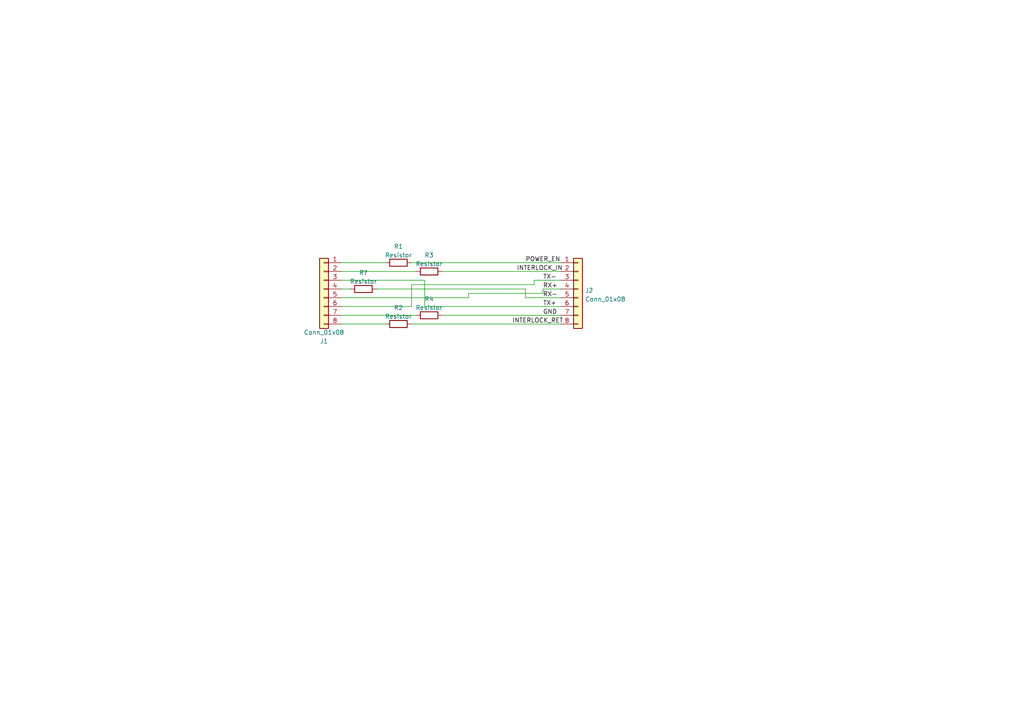
<source format=kicad_sch>
(kicad_sch (version 20211123) (generator eeschema)
  (paper "A4")
  (lib_symbols
    (symbol "RCAS_Connectors_Generic:Conn_01x08" (pin_names (offset 1.016) hide)
      (property "Reference" "J" (at 0 10.16 0))
      (property "Value" "Conn_01x08" (at 0 -12.7 0))
      (symbol "Conn_01x08_1_1"
        (rectangle (start -1.27 -10.033) (end 0 -10.287) (stroke (width 0.1524)))
        (rectangle (start -1.27 -7.493) (end 0 -7.747) (stroke (width 0.1524)))
        (rectangle (start -1.27 -4.953) (end 0 -5.207) (stroke (width 0.1524)))
        (rectangle (start -1.27 -2.413) (end 0 -2.667) (stroke (width 0.1524)))
        (rectangle (start -1.27 0.127) (end 0 -0.127) (stroke (width 0.1524)))
        (rectangle (start -1.27 2.667) (end 0 2.413) (stroke (width 0.1524)))
        (rectangle (start -1.27 5.207) (end 0 4.953) (stroke (width 0.1524)))
        (rectangle (start -1.27 7.747) (end 0 7.493) (stroke (width 0.1524)))
        (rectangle (start -1.27 8.89) (end 1.27 -11.43) (stroke (width 0.254)) (fill (type background)))
        (pin passive line (at -5.08 7.62 0) (length 3.81) (name "Pin_1") (number "1"))
        (pin passive line (at -5.08 5.08 0) (length 3.81) (name "Pin_2") (number "2"))
        (pin passive line (at -5.08 2.54 0) (length 3.81) (name "Pin_3") (number "3"))
        (pin passive line (at -5.08 0 0) (length 3.81) (name "Pin_4") (number "4"))
        (pin passive line (at -5.08 -2.54 0) (length 3.81) (name "Pin_5") (number "5"))
        (pin passive line (at -5.08 -5.08 0) (length 3.81) (name "Pin_6") (number "6"))
        (pin passive line (at -5.08 -7.62 0) (length 3.81) (name "Pin_7") (number "7"))
        (pin passive line (at -5.08 -10.16 0) (length 3.81) (name "Pin_8") (number "8"))
      )
    )
    (symbol "RCAS_Passives:Resistor" (pin_numbers hide) (pin_names (offset 0))
      (property "Reference" "R" (at 2.032 0 90))
      (property "Value" "Resistor" (at 0 0 90))
      (symbol "Resistor_0_1"
        (rectangle (start -1.016 -2.54) (end 1.016 2.54) (stroke (width 0.254)))
      )
      (symbol "Resistor_1_1"
        (pin passive line (at 0 3.81 270) (length 1.27) (name "~") (number "1"))
        (pin passive line (at 0 -3.81 90) (length 1.27) (name "~") (number "2"))
      )
    )
  )
  (wire (pts (xy 154.94 82.55) (xy 154.94 81.28)))
  (wire (pts (xy 99.06 88.9) (xy 119.38 88.9)))
  (wire (pts (xy 119.38 82.55) (xy 154.94 82.55)))
  (wire (pts (xy 99.06 91.44) (xy 120.65 91.44)))
  (wire (pts (xy 128.27 78.74) (xy 162.56 78.74)))
  (wire (pts (xy 135.89 85.09) (xy 157.48 85.09)))
  (wire (pts (xy 99.06 76.2) (xy 111.76 76.2)))
  (wire (pts (xy 128.27 91.44) (xy 162.56 91.44)))
  (wire (pts (xy 157.48 83.82) (xy 162.56 83.82)))
  (wire (pts (xy 99.06 83.82) (xy 101.6 83.82)))
  (wire (pts (xy 152.4 83.82) (xy 152.4 86.36)))
  (wire (pts (xy 99.06 78.74) (xy 120.65 78.74)))
  (wire (pts (xy 99.06 86.36) (xy 135.89 86.36)))
  (wire (pts (xy 135.89 86.36) (xy 135.89 85.09)))
  (wire (pts (xy 109.22 83.82) (xy 152.4 83.82)))
  (wire (pts (xy 154.94 81.28) (xy 162.56 81.28)))
  (wire (pts (xy 119.38 93.98) (xy 162.56 93.98)))
  (wire (pts (xy 157.48 85.09) (xy 157.48 83.82)))
  (wire (pts (xy 99.06 93.98) (xy 111.76 93.98)))
  (wire (pts (xy 119.38 88.9) (xy 119.38 82.55)))
  (wire (pts (xy 99.06 81.28) (xy 123.19 81.28)))
  (wire (pts (xy 123.19 88.9) (xy 162.56 88.9)))
  (wire (pts (xy 119.38 76.2) (xy 162.56 76.2)))
  (wire (pts (xy 152.4 86.36) (xy 162.56 86.36)))
  (wire (pts (xy 123.19 81.28) (xy 123.19 88.9)))
  (label "RX-" (at 157.48 86.36 0))
  (label "POWER_EN" (at 152.4 76.2 0))
  (label "TX+" (at 157.48 88.9 0))
  (label "GND" (at 157.48 91.44 0))
  (label "INTERLOCK_RET" (at 148.59 93.98 0))
  (label "TX-" (at 157.48 81.28 0))
  (label "RX+" (at 157.48 83.82 0))
  (label "INTERLOCK_IN" (at 149.86 78.74 0))
  (symbol (lib_id "RCAS_Connectors_Generic:Conn_01x08") (at 93.98 83.82 0) (mirror y) (unit 1)
    (property "Reference" "J1" (at 93.98 98.9584 0))
    (property "Value" "Conn_01x08" (at 93.98 96.4184 0))
    (property "Footprint" "RJ45_Amphenol_RJHSE5380" (effects hide))
  )
  (symbol (lib_id "RCAS_Connectors_Generic:Conn_01x08") (at 167.64 83.82 0) (unit 1)
    (property "Reference" "J2" (at 169.672 84.2518 0) (effects (justify left)))
    (property "Value" "Conn_01x08" (at 169.672 86.7918 0) (effects (justify left)))
    (property "Footprint" "RJ45_Amphenol_RJHSE5380" (effects hide))
  )
  (symbol (lib_id "RCAS_Passives:Resistor") (at 124.46 91.44 90) (unit 1)
    (property "Reference" "R4" (at 124.46 86.7242 90))
    (property "Value" "Resistor" (at 124.46 89.2611 90))
    (property "Footprint" "RCAS_Resistor_THT:R_Axial_DIN0207_L6.3mm_D2.5mm_P7.62mm_Horizontal" (effects hide))
  )
  (symbol (lib_id "RCAS_Passives:Resistor") (at 115.57 93.98 90) (unit 1)
    (property "Reference" "R2" (at 115.57 89.2642 90))
    (property "Value" "Resistor" (at 115.57 91.8011 90))
    (property "Footprint" "RCAS_Resistor_THT:R_Axial_DIN0207_L6.3mm_D2.5mm_P7.62mm_Horizontal" (effects hide))
  )
  (symbol (lib_id "RCAS_Passives:Resistor") (at 124.46 78.74 90) (unit 1)
    (property "Reference" "R3" (at 124.46 74.0242 90))
    (property "Value" "Resistor" (at 124.46 76.5611 90))
    (property "Footprint" "RCAS_Resistor_THT:R_Axial_DIN0207_L6.3mm_D2.5mm_P7.62mm_Horizontal" (effects hide))
  )
  (symbol (lib_id "RCAS_Passives:Resistor") (at 115.57 76.2 90) (unit 1)
    (property "Reference" "R1" (at 115.57 71.4842 90))
    (property "Value" "Resistor" (at 115.57 74.0211 90))
    (property "Footprint" "RCAS_Resistor_THT:R_Axial_DIN0207_L6.3mm_D2.5mm_P7.62mm_Horizontal" (effects hide))
  )
  (symbol (lib_id "RCAS_Passives:Resistor") (at 105.41 83.82 90) (unit 1)
    (property "Reference" "R?" (at 105.41 79.1042 90))
    (property "Value" "Resistor" (at 105.41 81.6411 90))
  )
)
</source>
